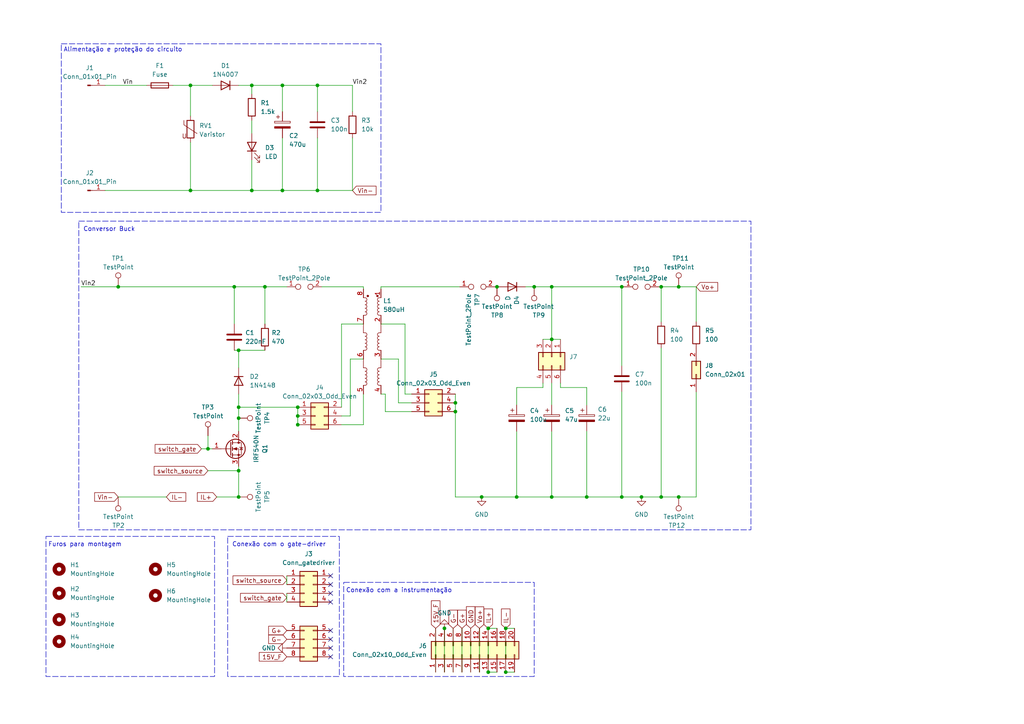
<source format=kicad_sch>
(kicad_sch (version 20230121) (generator eeschema)
  (paper "A4")
  (lib_symbols
    (symbol "Conn_gate_driver_1" (pin_names (offset 1.016) hide)
      (property "Reference" "J" (at 1.27 5.08 0))
      (property "Value" "Conn_gatedriver" (at 1.27 -7.62 0))
      (symbol "Conn_gate_driver_1_1_1"
        (rectangle (start -1.27 -4.953) (end 0 -5.207) (stroke (width 0.1524)))
        (rectangle (start -1.27 -2.413) (end 0 -2.667) (stroke (width 0.1524)))
        (rectangle (start -1.27 0.127) (end 0 -0.127) (stroke (width 0.1524)))
        (rectangle (start -1.27 2.667) (end 0 2.413) (stroke (width 0.1524)))
        (rectangle (start -1.27 3.81) (end 3.81 -6.35) (stroke (width 0.254)) (fill (type background)))
        (rectangle (start -1.27 10.922) (end 0 10.668) (stroke (width 0.1524)))
        (rectangle (start -1.27 13.462) (end 0 13.208) (stroke (width 0.1524)))
        (rectangle (start -1.27 16.002) (end 0 15.748) (stroke (width 0.1524)))
        (rectangle (start -1.27 18.542) (end 0 18.288) (stroke (width 0.1524)))
        (rectangle (start -1.27 19.685) (end 3.81 9.525) (stroke (width 0.254)) (fill (type background)))
        (rectangle (start 3.81 -4.953) (end 2.54 -5.207) (stroke (width 0.1524)))
        (rectangle (start 3.81 -2.413) (end 2.54 -2.667) (stroke (width 0.1524)))
        (rectangle (start 3.81 0.127) (end 2.54 -0.127) (stroke (width 0.1524)))
        (rectangle (start 3.81 2.667) (end 2.54 2.413) (stroke (width 0.1524)))
        (rectangle (start 3.81 10.922) (end 2.54 10.668) (stroke (width 0.1524)))
        (rectangle (start 3.81 13.462) (end 2.54 13.208) (stroke (width 0.1524)))
        (rectangle (start 3.81 16.002) (end 2.54 15.748) (stroke (width 0.1524)))
        (rectangle (start 3.81 18.542) (end 2.54 18.288) (stroke (width 0.1524)))
        (pin passive line (at -5.08 18.415 0) (length 3.81) (name "Pin_1") (number "1"))
        (pin passive line (at 7.62 18.415 180) (length 3.81) (name "Pin_2") (number "1"))
        (pin passive line (at -5.08 15.875 0) (length 3.81) (name "Pin_3") (number "2"))
        (pin passive line (at 7.62 15.875 180) (length 3.81) (name "Pin_4") (number "2"))
        (pin passive line (at -5.08 13.335 0) (length 3.81) (name "Pin_5") (number "3"))
        (pin passive line (at 7.62 13.335 180) (length 3.81) (name "Pin_6") (number "3"))
        (pin passive line (at -5.08 10.795 0) (length 3.81) (name "Pin_7") (number "4"))
        (pin passive line (at 7.62 10.795 180) (length 3.81) (name "Pin_8") (number "4"))
        (pin passive line (at 7.62 2.54 180) (length 3.81) (name "Pin_10") (number "5"))
        (pin passive line (at -5.08 2.54 0) (length 3.81) (name "Pin_9") (number "5"))
        (pin passive line (at -5.08 0 0) (length 3.81) (name "Pin_11") (number "6"))
        (pin passive line (at 7.62 0 180) (length 3.81) (name "Pin_12") (number "6"))
        (pin passive line (at -5.08 -2.54 0) (length 3.81) (name "Pin_13") (number "7"))
        (pin passive line (at 7.62 -2.54 180) (length 3.81) (name "Pin_14") (number "7"))
        (pin passive line (at -5.08 -5.08 0) (length 3.81) (name "Pin_15") (number "8"))
        (pin passive line (at 7.62 -5.08 180) (length 3.81) (name "Pin_16") (number "8"))
      )
    )
    (symbol "Connector:Conn_01x01_Pin" (pin_names (offset 1.016) hide)
      (property "Reference" "J" (at 0 2.54 0))
      (property "Value" "Conn_01x01_Pin" (at 0 -2.54 0))
      (symbol "Conn_01x01_Pin_1_1"
        (polyline (pts (xy 1.27 0) (xy 0.8636 0)) (stroke (width 0.1524)))
        (rectangle (start 0.8636 0.127) (end 0 -0.127) (stroke (width 0.1524)) (fill (type outline)))
        (pin passive line (at 5.08 0 180) (length 3.81) (name "Pin_1") (number "1"))
      )
    )
    (symbol "Connector:TestPoint" (pin_numbers hide) (pin_names (offset 0.762) hide)
      (property "Reference" "TP" (at 0 6.858 0))
      (property "Value" "TestPoint" (at 0 5.08 0))
      (symbol "TestPoint_0_1"
        (circle (center 0 3.302) (radius 0.762))
      )
      (symbol "TestPoint_1_1"
        (pin passive line (at 0 0 90) (length 2.54) (name "1") (number "1"))
      )
    )
    (symbol "Connector:TestPoint_2Pole" (pin_names (offset 0.762) hide)
      (property "Reference" "TP" (at 0 1.524 0))
      (property "Value" "TestPoint_2Pole" (at 0 -1.778 0))
      (symbol "TestPoint_2Pole_0_1"
        (circle (center -1.778 0) (radius 0.762))
        (circle (center 1.778 0) (radius 0.762))
        (pin passive line (at -5.08 0 0) (length 2.54) (name "1") (number "1"))
        (pin passive line (at 5.08 0 180) (length 2.54) (name "2") (number "2"))
      )
    )
    (symbol "Connector_Generic:Conn_02x01" (pin_names (offset 1.016) hide)
      (property "Reference" "J" (at 1.27 2.54 0))
      (property "Value" "Conn_02x01" (at 1.27 -2.54 0))
      (symbol "Conn_02x01_1_1"
        (rectangle (start -1.27 0.127) (end 0 -0.127) (stroke (width 0.1524)))
        (rectangle (start -1.27 1.27) (end 3.81 -1.27) (stroke (width 0.254)) (fill (type background)))
        (rectangle (start 3.81 0.127) (end 2.54 -0.127) (stroke (width 0.1524)))
        (pin passive line (at -5.08 0 0) (length 3.81) (name "Pin_1") (number "1"))
        (pin passive line (at 7.62 0 180) (length 3.81) (name "Pin_2") (number "2"))
      )
    )
    (symbol "Connector_Generic:Conn_02x03_Counter_Clockwise" (pin_names (offset 1.016) hide)
      (property "Reference" "J" (at 1.27 5.08 0))
      (property "Value" "Conn_02x03_Counter_Clockwise" (at 1.27 -5.08 0))
      (symbol "Conn_02x03_Counter_Clockwise_1_1"
        (rectangle (start -1.27 -2.413) (end 0 -2.667) (stroke (width 0.1524)))
        (rectangle (start -1.27 0.127) (end 0 -0.127) (stroke (width 0.1524)))
        (rectangle (start -1.27 2.667) (end 0 2.413) (stroke (width 0.1524)))
        (rectangle (start -1.27 3.81) (end 3.81 -3.81) (stroke (width 0.254)) (fill (type background)))
        (rectangle (start 3.81 -2.413) (end 2.54 -2.667) (stroke (width 0.1524)))
        (rectangle (start 3.81 0.127) (end 2.54 -0.127) (stroke (width 0.1524)))
        (rectangle (start 3.81 2.667) (end 2.54 2.413) (stroke (width 0.1524)))
        (pin passive line (at -5.08 2.54 0) (length 3.81) (name "Pin_1") (number "1"))
        (pin passive line (at -5.08 0 0) (length 3.81) (name "Pin_2") (number "2"))
        (pin passive line (at -5.08 -2.54 0) (length 3.81) (name "Pin_3") (number "3"))
        (pin passive line (at 7.62 -2.54 180) (length 3.81) (name "Pin_4") (number "4"))
        (pin passive line (at 7.62 0 180) (length 3.81) (name "Pin_5") (number "5"))
        (pin passive line (at 7.62 2.54 180) (length 3.81) (name "Pin_6") (number "6"))
      )
    )
    (symbol "Connector_Generic:Conn_02x03_Odd_Even" (pin_names (offset 1.016) hide)
      (property "Reference" "J" (at 1.27 5.08 0))
      (property "Value" "Conn_02x03_Odd_Even" (at 1.27 -5.08 0))
      (symbol "Conn_02x03_Odd_Even_1_1"
        (rectangle (start -1.27 -2.413) (end 0 -2.667) (stroke (width 0.1524)))
        (rectangle (start -1.27 0.127) (end 0 -0.127) (stroke (width 0.1524)))
        (rectangle (start -1.27 2.667) (end 0 2.413) (stroke (width 0.1524)))
        (rectangle (start -1.27 3.81) (end 3.81 -3.81) (stroke (width 0.254)) (fill (type background)))
        (rectangle (start 3.81 -2.413) (end 2.54 -2.667) (stroke (width 0.1524)))
        (rectangle (start 3.81 0.127) (end 2.54 -0.127) (stroke (width 0.1524)))
        (rectangle (start 3.81 2.667) (end 2.54 2.413) (stroke (width 0.1524)))
        (pin passive line (at -5.08 2.54 0) (length 3.81) (name "Pin_1") (number "1"))
        (pin passive line (at 7.62 2.54 180) (length 3.81) (name "Pin_2") (number "2"))
        (pin passive line (at -5.08 0 0) (length 3.81) (name "Pin_3") (number "3"))
        (pin passive line (at 7.62 0 180) (length 3.81) (name "Pin_4") (number "4"))
        (pin passive line (at -5.08 -2.54 0) (length 3.81) (name "Pin_5") (number "5"))
        (pin passive line (at 7.62 -2.54 180) (length 3.81) (name "Pin_6") (number "6"))
      )
    )
    (symbol "Connector_Generic:Conn_02x10_Odd_Even" (pin_names (offset 1.016) hide)
      (property "Reference" "J" (at 1.27 12.7 0))
      (property "Value" "Conn_02x10_Odd_Even" (at 1.27 -15.24 0))
      (symbol "Conn_02x10_Odd_Even_1_1"
        (rectangle (start -1.27 -12.573) (end 0 -12.827) (stroke (width 0.1524)))
        (rectangle (start -1.27 -10.033) (end 0 -10.287) (stroke (width 0.1524)))
        (rectangle (start -1.27 -7.493) (end 0 -7.747) (stroke (width 0.1524)))
        (rectangle (start -1.27 -4.953) (end 0 -5.207) (stroke (width 0.1524)))
        (rectangle (start -1.27 -2.413) (end 0 -2.667) (stroke (width 0.1524)))
        (rectangle (start -1.27 0.127) (end 0 -0.127) (stroke (width 0.1524)))
        (rectangle (start -1.27 2.667) (end 0 2.413) (stroke (width 0.1524)))
        (rectangle (start -1.27 5.207) (end 0 4.953) (stroke (width 0.1524)))
        (rectangle (start -1.27 7.747) (end 0 7.493) (stroke (width 0.1524)))
        (rectangle (start -1.27 10.287) (end 0 10.033) (stroke (width 0.1524)))
        (rectangle (start -1.27 11.43) (end 3.81 -13.97) (stroke (width 0.254)) (fill (type background)))
        (rectangle (start 3.81 -12.573) (end 2.54 -12.827) (stroke (width 0.1524)))
        (rectangle (start 3.81 -10.033) (end 2.54 -10.287) (stroke (width 0.1524)))
        (rectangle (start 3.81 -7.493) (end 2.54 -7.747) (stroke (width 0.1524)))
        (rectangle (start 3.81 -4.953) (end 2.54 -5.207) (stroke (width 0.1524)))
        (rectangle (start 3.81 -2.413) (end 2.54 -2.667) (stroke (width 0.1524)))
        (rectangle (start 3.81 0.127) (end 2.54 -0.127) (stroke (width 0.1524)))
        (rectangle (start 3.81 2.667) (end 2.54 2.413) (stroke (width 0.1524)))
        (rectangle (start 3.81 5.207) (end 2.54 4.953) (stroke (width 0.1524)))
        (rectangle (start 3.81 7.747) (end 2.54 7.493) (stroke (width 0.1524)))
        (rectangle (start 3.81 10.287) (end 2.54 10.033) (stroke (width 0.1524)))
        (pin passive line (at -5.08 10.16 0) (length 3.81) (name "Pin_1") (number "1"))
        (pin passive line (at 7.62 0 180) (length 3.81) (name "Pin_10") (number "10"))
        (pin passive line (at -5.08 -2.54 0) (length 3.81) (name "Pin_11") (number "11"))
        (pin passive line (at 7.62 -2.54 180) (length 3.81) (name "Pin_12") (number "12"))
        (pin passive line (at -5.08 -5.08 0) (length 3.81) (name "Pin_13") (number "13"))
        (pin passive line (at 7.62 -5.08 180) (length 3.81) (name "Pin_14") (number "14"))
        (pin passive line (at -5.08 -7.62 0) (length 3.81) (name "Pin_15") (number "15"))
        (pin passive line (at 7.62 -7.62 180) (length 3.81) (name "Pin_16") (number "16"))
        (pin passive line (at -5.08 -10.16 0) (length 3.81) (name "Pin_17") (number "17"))
        (pin passive line (at 7.62 -10.16 180) (length 3.81) (name "Pin_18") (number "18"))
        (pin passive line (at -5.08 -12.7 0) (length 3.81) (name "Pin_19") (number "19"))
        (pin passive line (at 7.62 10.16 180) (length 3.81) (name "Pin_2") (number "2"))
        (pin passive line (at 7.62 -12.7 180) (length 3.81) (name "Pin_20") (number "20"))
        (pin passive line (at -5.08 7.62 0) (length 3.81) (name "Pin_3") (number "3"))
        (pin passive line (at 7.62 7.62 180) (length 3.81) (name "Pin_4") (number "4"))
        (pin passive line (at -5.08 5.08 0) (length 3.81) (name "Pin_5") (number "5"))
        (pin passive line (at 7.62 5.08 180) (length 3.81) (name "Pin_6") (number "6"))
        (pin passive line (at -5.08 2.54 0) (length 3.81) (name "Pin_7") (number "7"))
        (pin passive line (at 7.62 2.54 180) (length 3.81) (name "Pin_8") (number "8"))
        (pin passive line (at -5.08 0 0) (length 3.81) (name "Pin_9") (number "9"))
      )
    )
    (symbol "Device:C" (pin_numbers hide) (pin_names (offset 0.254))
      (property "Reference" "C" (at 0.635 2.54 0))
      (property "Value" "C" (at 0.635 -2.54 0))
      (symbol "C_0_1"
        (polyline (pts (xy -2.032 -0.762) (xy 2.032 -0.762)) (stroke (width 0.508)))
        (polyline (pts (xy -2.032 0.762) (xy 2.032 0.762)) (stroke (width 0.508)))
      )
      (symbol "C_1_1"
        (pin passive line (at 0 3.81 270) (length 2.794) (name "~") (number "1"))
        (pin passive line (at 0 -3.81 90) (length 2.794) (name "~") (number "2"))
      )
    )
    (symbol "Device:C_Polarized" (pin_numbers hide) (pin_names (offset 0.254))
      (property "Reference" "C" (at 0.635 2.54 0))
      (property "Value" "C_Polarized" (at 0.635 -2.54 0))
      (symbol "C_Polarized_0_1"
        (rectangle (start -2.286 0.508) (end 2.286 1.016))
        (polyline (pts (xy -1.778 2.286) (xy -0.762 2.286)))
        (polyline (pts (xy -1.27 2.794) (xy -1.27 1.778)))
        (rectangle (start 2.286 -0.508) (end -2.286 -1.016) (fill (type outline)))
      )
      (symbol "C_Polarized_1_1"
        (pin passive line (at 0 3.81 270) (length 2.794) (name "~") (number "1"))
        (pin passive line (at 0 -3.81 90) (length 2.794) (name "~") (number "2"))
      )
    )
    (symbol "Device:D" (pin_numbers hide) (pin_names (offset 1.016) hide)
      (property "Reference" "D" (at 0 2.54 0))
      (property "Value" "D" (at 0 -2.54 0))
      (symbol "D_0_1"
        (polyline (pts (xy -1.27 1.27) (xy -1.27 -1.27)) (stroke (width 0.254)))
        (polyline (pts (xy 1.27 0) (xy -1.27 0)))
        (polyline (pts (xy 1.27 1.27) (xy 1.27 -1.27) (xy -1.27 0) (xy 1.27 1.27)) (stroke (width 0.254)))
      )
      (symbol "D_1_1"
        (pin passive line (at -3.81 0 0) (length 2.54) (name "K") (number "1"))
        (pin passive line (at 3.81 0 180) (length 2.54) (name "A") (number "2"))
      )
    )
    (symbol "Device:Fuse" (pin_numbers hide) (pin_names (offset 0))
      (property "Reference" "F" (at 2.032 0 90))
      (property "Value" "Fuse" (at -1.905 0 90))
      (symbol "Fuse_0_1"
        (rectangle (start -0.762 -2.54) (end 0.762 2.54) (stroke (width 0.254)))
        (polyline (pts (xy 0 2.54) (xy 0 -2.54)))
      )
      (symbol "Fuse_1_1"
        (pin passive line (at 0 3.81 270) (length 1.27) (name "~") (number "1"))
        (pin passive line (at 0 -3.81 90) (length 1.27) (name "~") (number "2"))
      )
    )
    (symbol "Device:LED" (pin_numbers hide) (pin_names (offset 1.016) hide)
      (property "Reference" "D" (at 0 2.54 0))
      (property "Value" "LED" (at 0 -2.54 0))
      (symbol "LED_0_1"
        (polyline (pts (xy -1.27 -1.27) (xy -1.27 1.27)) (stroke (width 0.254)))
        (polyline (pts (xy -1.27 0) (xy 1.27 0)))
        (polyline (pts (xy 1.27 -1.27) (xy 1.27 1.27) (xy -1.27 0) (xy 1.27 -1.27)) (stroke (width 0.254)))
        (polyline (pts (xy -3.048 -0.762) (xy -4.572 -2.286) (xy -3.81 -2.286) (xy -4.572 -2.286) (xy -4.572 -1.524)))
        (polyline (pts (xy -1.778 -0.762) (xy -3.302 -2.286) (xy -2.54 -2.286) (xy -3.302 -2.286) (xy -3.302 -1.524)))
      )
      (symbol "LED_1_1"
        (pin passive line (at -3.81 0 0) (length 2.54) (name "K") (number "1"))
        (pin passive line (at 3.81 0 180) (length 2.54) (name "A") (number "2"))
      )
    )
    (symbol "Device:L_Coupled_1243" (pin_names (offset 0.254) hide)
      (property "Reference" "L?" (at -1.651 3.175 90))
      (property "Value" "L_Coupled_1243" (at 0.889 3.175 90))
      (symbol "L_Coupled_1243_0_1"
        (circle (center -3.048 -1.27) (radius 0.254) (fill (type outline)))
        (circle (center -3.048 1.524) (radius 0.254) (fill (type outline)))
        (arc (start -2.54 2.032) (mid -2.032 1.5262) (end -1.524 2.032))
        (arc (start -1.524 -2.032) (mid -2.032 -1.5262) (end -2.54 -2.032))
        (arc (start -1.524 2.032) (mid -1.016 1.5262) (end -0.508 2.032))
        (arc (start -0.508 -2.032) (mid -1.016 -1.5262) (end -1.524 -2.032))
        (arc (start -0.508 2.032) (mid 0 1.5262) (end 0.508 2.032))
        (polyline (pts (xy -2.54 -2.032) (xy -2.54 -2.54)))
        (polyline (pts (xy -2.54 2.032) (xy -2.54 2.54)))
        (polyline (pts (xy 2.54 -2.032) (xy 2.54 -2.54)))
        (polyline (pts (xy 2.54 2.54) (xy 2.54 2.032)))
        (polyline (pts (xy 7.62 -2.54) (xy 5.08 -2.54)))
        (polyline (pts (xy 7.62 -2.032) (xy 7.62 -2.54)))
        (polyline (pts (xy 7.62 2.032) (xy 7.62 2.54)))
        (polyline (pts (xy 7.62 2.54) (xy 5.08 2.54)))
        (polyline (pts (xy 12.7 -2.032) (xy 12.7 -2.54)))
        (polyline (pts (xy 12.7 2.54) (xy 12.7 2.032)))
        (polyline (pts (xy 17.78 -2.54) (xy 15.24 -2.54)))
        (polyline (pts (xy 17.78 -2.032) (xy 17.78 -2.54)))
        (polyline (pts (xy 17.78 2.032) (xy 17.78 2.54)))
        (polyline (pts (xy 17.78 2.54) (xy 15.24 2.54)))
        (polyline (pts (xy 22.86 -2.032) (xy 22.86 -2.54)))
        (polyline (pts (xy 22.86 2.54) (xy 22.86 2.032)))
        (arc (start 0.508 -2.032) (mid 0 -1.5262) (end -0.508 -2.032))
        (arc (start 0.508 2.032) (mid 1.016 1.5262) (end 1.524 2.032))
        (arc (start 1.524 -2.032) (mid 1.016 -1.5262) (end 0.508 -2.032))
        (arc (start 1.524 2.032) (mid 2.032 1.5262) (end 2.54 2.032))
        (arc (start 2.54 -2.032) (mid 2.032 -1.5262) (end 1.524 -2.032))
        (arc (start 7.62 2.032) (mid 8.128 1.5262) (end 8.636 2.032))
        (arc (start 8.636 -2.032) (mid 8.128 -1.5262) (end 7.62 -2.032))
        (arc (start 8.636 2.032) (mid 9.144 1.5262) (end 9.652 2.032))
        (arc (start 9.652 -2.032) (mid 9.144 -1.5262) (end 8.636 -2.032))
        (arc (start 9.652 2.032) (mid 10.16 1.5262) (end 10.668 2.032))
        (arc (start 10.668 -2.032) (mid 10.16 -1.5262) (end 9.652 -2.032))
        (arc (start 10.668 2.032) (mid 11.176 1.5262) (end 11.684 2.032))
        (arc (start 11.684 -2.032) (mid 11.176 -1.5262) (end 10.668 -2.032))
        (arc (start 11.684 2.032) (mid 12.192 1.5262) (end 12.7 2.032))
        (arc (start 12.7 -2.032) (mid 12.192 -1.5262) (end 11.684 -2.032))
        (arc (start 17.78 2.032) (mid 18.288 1.5262) (end 18.796 2.032))
        (arc (start 18.796 -2.032) (mid 18.288 -1.5262) (end 17.78 -2.032))
        (arc (start 18.796 2.032) (mid 19.304 1.5262) (end 19.812 2.032))
        (arc (start 19.812 -2.032) (mid 19.304 -1.5262) (end 18.796 -2.032))
        (arc (start 19.812 2.032) (mid 20.32 1.5262) (end 20.828 2.032))
        (arc (start 20.828 -2.032) (mid 20.32 -1.5262) (end 19.812 -2.032))
        (arc (start 20.828 2.032) (mid 21.336 1.5262) (end 21.844 2.032))
        (arc (start 21.844 -2.032) (mid 21.336 -1.5262) (end 20.828 -2.032))
        (arc (start 21.844 2.032) (mid 22.352 1.5262) (end 22.86 2.032))
        (arc (start 22.86 -2.032) (mid 22.352 -1.5262) (end 21.844 -2.032))
      )
      (symbol "L_Coupled_1243_1_1"
        (pin passive line (at -5.08 2.54 0) (length 2.54) (name "1") (number "1"))
        (pin passive line (at 5.08 2.54 180) (length 2.54) (name "2") (number "2"))
        (pin passive line (at 15.24 2.54 180) (length 2.54) (name "3") (number "3"))
        (pin passive line (at 25.4 2.54 180) (length 2.54) (name "4") (number "4"))
        (pin passive line (at 25.4 -2.54 180) (length 2.54) (name "5") (number "5"))
        (pin passive line (at 15.24 -2.54 180) (length 2.54) (name "6") (number "6"))
        (pin passive line (at 5.08 -2.54 180) (length 2.54) (name "7") (number "7"))
        (pin passive line (at -5.08 -2.54 0) (length 2.54) (name "8") (number "8"))
      )
    )
    (symbol "Device:R" (pin_numbers hide) (pin_names (offset 0))
      (property "Reference" "R" (at 2.032 0 90))
      (property "Value" "R" (at 0 0 90))
      (symbol "R_0_1"
        (rectangle (start -1.016 -2.54) (end 1.016 2.54) (stroke (width 0.254)))
      )
      (symbol "R_1_1"
        (pin passive line (at 0 3.81 270) (length 1.27) (name "~") (number "1"))
        (pin passive line (at 0 -3.81 90) (length 1.27) (name "~") (number "2"))
      )
    )
    (symbol "Device:Varistor" (pin_numbers hide) (pin_names (offset 0))
      (property "Reference" "RV" (at 3.175 0 90))
      (property "Value" "Varistor" (at -3.175 0 90))
      (symbol "Varistor_0_0"
        (text "U" (at -1.778 -2.032 0) (effects (font (size 1.27 1.27))))
      )
      (symbol "Varistor_0_1"
        (rectangle (start -1.016 -2.54) (end 1.016 2.54) (stroke (width 0.254)))
        (polyline (pts (xy -1.905 2.54) (xy -1.905 1.27) (xy 1.905 -1.27)))
      )
      (symbol "Varistor_1_1"
        (pin passive line (at 0 3.81 270) (length 1.27) (name "~") (number "1"))
        (pin passive line (at 0 -3.81 90) (length 1.27) (name "~") (number "2"))
      )
    )
    (symbol "Diode:1N4007" (pin_numbers hide) (pin_names (offset 1.016) hide)
      (property "Reference" "D" (at 0 2.54 0))
      (property "Value" "1N4007" (at 0 -2.54 0))
      (symbol "1N4007_0_1"
        (polyline (pts (xy -1.27 1.27) (xy -1.27 -1.27)) (stroke (width 0.254)))
        (polyline (pts (xy 1.27 0) (xy -1.27 0)))
        (polyline (pts (xy 1.27 1.27) (xy 1.27 -1.27) (xy -1.27 0) (xy 1.27 1.27)) (stroke (width 0.254)))
      )
      (symbol "1N4007_1_1"
        (pin passive line (at -3.81 0 0) (length 2.54) (name "K") (number "1"))
        (pin passive line (at 3.81 0 180) (length 2.54) (name "A") (number "2"))
      )
    )
    (symbol "Diode:1N4148" (pin_numbers hide) (pin_names hide)
      (property "Reference" "D" (at 0 2.54 0))
      (property "Value" "1N4148" (at 0 -2.54 0))
      (symbol "1N4148_0_1"
        (polyline (pts (xy -1.27 1.27) (xy -1.27 -1.27)) (stroke (width 0.254)))
        (polyline (pts (xy 1.27 0) (xy -1.27 0)))
        (polyline (pts (xy 1.27 1.27) (xy 1.27 -1.27) (xy -1.27 0) (xy 1.27 1.27)) (stroke (width 0.254)))
      )
      (symbol "1N4148_1_1"
        (pin passive line (at -3.81 0 0) (length 2.54) (name "K") (number "1"))
        (pin passive line (at 3.81 0 180) (length 2.54) (name "A") (number "2"))
      )
    )
    (symbol "Mechanical:MountingHole" (pin_names (offset 1.016))
      (property "Reference" "H" (at 0 5.08 0))
      (property "Value" "MountingHole" (at 0 3.175 0))
      (symbol "MountingHole_0_1"
        (circle (center 0 0) (radius 1.27) (stroke (width 1.27)))
      )
    )
    (symbol "Transistor_FET:IRF540N" (pin_names hide)
      (property "Reference" "Q" (at 6.35 1.905 0))
      (property "Value" "IRF540N" (at 6.35 0 0))
      (symbol "IRF540N_0_1"
        (polyline (pts (xy 0.254 0) (xy -2.54 0)))
        (polyline (pts (xy 0.254 1.905) (xy 0.254 -1.905)) (stroke (width 0.254)))
        (polyline (pts (xy 0.762 -1.27) (xy 0.762 -2.286)) (stroke (width 0.254)))
        (polyline (pts (xy 0.762 0.508) (xy 0.762 -0.508)) (stroke (width 0.254)))
        (polyline (pts (xy 0.762 2.286) (xy 0.762 1.27)) (stroke (width 0.254)))
        (polyline (pts (xy 2.54 2.54) (xy 2.54 1.778)))
        (polyline (pts (xy 2.54 -2.54) (xy 2.54 0) (xy 0.762 0)))
        (polyline (pts (xy 0.762 -1.778) (xy 3.302 -1.778) (xy 3.302 1.778) (xy 0.762 1.778)))
        (polyline (pts (xy 1.016 0) (xy 2.032 0.381) (xy 2.032 -0.381) (xy 1.016 0)) (fill (type outline)))
        (polyline (pts (xy 2.794 0.508) (xy 2.921 0.381) (xy 3.683 0.381) (xy 3.81 0.254)))
        (polyline (pts (xy 3.302 0.381) (xy 2.921 -0.254) (xy 3.683 -0.254) (xy 3.302 0.381)))
        (circle (center 1.651 0) (radius 2.794) (stroke (width 0.254)))
        (circle (center 2.54 -1.778) (radius 0.254) (fill (type outline)))
        (circle (center 2.54 1.778) (radius 0.254) (fill (type outline)))
      )
      (symbol "IRF540N_1_1"
        (pin input line (at -5.08 0 0) (length 2.54) (name "G") (number "1"))
        (pin passive line (at 2.54 5.08 270) (length 2.54) (name "D") (number "2"))
        (pin passive line (at 2.54 -5.08 90) (length 2.54) (name "S") (number "3"))
      )
    )
    (symbol "power:GND" (power) (pin_names (offset 0))
      (property "Value" "GND" (at 0 -3.81 0))
      (symbol "GND_0_1"
        (polyline (pts (xy 0 0) (xy 0 -1.27) (xy 1.27 -1.27) (xy 0 -2.54) (xy -1.27 -1.27) (xy 0 -1.27)))
      )
      (symbol "GND_1_1"
        (pin power_in line (at 0 0 270) (length 0) hide (name "GND") (number "1"))
      )
    )
  )
  (junction (at 160.02 98.425))
  (junction (at 170.18 144.145))
  (junction (at 86.36 120.65))
  (junction (at 154.94 83.185))
  (junction (at 160.02 144.145))
  (junction (at 76.835 83.185))
  (junction (at 69.215 136.525))
  (junction (at 191.77 144.145))
  (junction (at 67.945 83.185))
  (junction (at 146.685 194.945))
  (junction (at 92.075 55.245))
  (junction (at 69.215 144.145))
  (junction (at 144.145 83.185))
  (junction (at 69.215 118.11))
  (junction (at 86.36 118.11))
  (junction (at 34.29 83.185))
  (junction (at 141.605 194.945))
  (junction (at 149.86 144.145))
  (junction (at 132.08 116.84))
  (junction (at 139.7 144.145))
  (junction (at 92.075 24.765))
  (junction (at 128.905 182.245))
  (junction (at 196.85 144.145))
  (junction (at 81.915 55.245))
  (junction (at 55.245 24.765))
  (junction (at 69.215 101.6))
  (junction (at 86.36 123.19))
  (junction (at 55.245 55.245))
  (junction (at 180.34 83.185))
  (junction (at 69.215 121.285))
  (junction (at 73.025 55.245))
  (junction (at 60.325 130.175))
  (junction (at 186.055 144.145))
  (junction (at 73.025 24.765))
  (junction (at 196.85 83.185))
  (junction (at 141.605 182.245))
  (junction (at 132.08 119.38))
  (junction (at 160.02 83.185))
  (junction (at 191.77 83.185))
  (junction (at 180.34 144.145))
  (junction (at 146.685 182.245))
  (junction (at 81.915 24.765))
  (no_connect (at 95.885 174.625))
  (no_connect (at 95.885 167.005))
  (no_connect (at 95.885 169.545))
  (no_connect (at 95.885 185.42))
  (no_connect (at 95.885 187.96))
  (no_connect (at 95.885 172.085))
  (no_connect (at 95.885 190.5))
  (no_connect (at 95.885 182.88))
  (wire (pts (xy 191.77 100.965) (xy 191.77 144.145)))
  (wire (pts (xy 102.235 32.385) (xy 102.235 24.765)))
  (wire (pts (xy 69.215 135.255) (xy 69.215 136.525)))
  (wire (pts (xy 105.41 123.19) (xy 99.06 123.19)))
  (wire (pts (xy 73.025 55.245) (xy 55.245 55.245)))
  (wire (pts (xy 115.57 116.84) (xy 119.38 116.84)))
  (wire (pts (xy 55.245 24.765) (xy 61.595 24.765)))
  (wire (pts (xy 69.215 136.525) (xy 69.215 144.145)))
  (wire (pts (xy 160.02 111.125) (xy 160.02 117.475)))
  (wire (pts (xy 133.35 83.185) (xy 110.49 83.185)))
  (wire (pts (xy 132.08 114.3) (xy 132.08 116.84)))
  (wire (pts (xy 69.215 106.68) (xy 69.215 101.6)))
  (wire (pts (xy 23.495 83.185) (xy 34.29 83.185)))
  (wire (pts (xy 201.93 144.145) (xy 201.93 113.665)))
  (wire (pts (xy 30.48 24.765) (xy 42.545 24.765)))
  (wire (pts (xy 136.525 182.245) (xy 136.525 194.945)))
  (wire (pts (xy 92.075 55.245) (xy 81.915 55.245)))
  (wire (pts (xy 50.165 24.765) (xy 55.245 24.765)))
  (wire (pts (xy 144.78 83.185) (xy 144.145 83.185)))
  (wire (pts (xy 73.025 24.765) (xy 73.025 27.305)))
  (wire (pts (xy 133.985 182.245) (xy 133.985 194.945)))
  (wire (pts (xy 76.835 83.185) (xy 83.185 83.185)))
  (wire (pts (xy 149.86 112.395) (xy 149.86 117.475)))
  (wire (pts (xy 86.36 123.19) (xy 86.36 120.65)))
  (wire (pts (xy 201.93 83.185) (xy 201.93 93.345)))
  (wire (pts (xy 81.915 40.005) (xy 81.915 55.245)))
  (wire (pts (xy 117.475 93.98) (xy 117.475 114.3)))
  (wire (pts (xy 191.77 144.145) (xy 186.055 144.145)))
  (wire (pts (xy 58.42 130.175) (xy 60.325 130.175)))
  (wire (pts (xy 76.835 83.185) (xy 76.835 93.98)))
  (wire (pts (xy 132.08 119.38) (xy 132.08 144.145)))
  (wire (pts (xy 60.325 130.175) (xy 61.595 130.175)))
  (wire (pts (xy 139.065 182.245) (xy 139.065 194.945)))
  (wire (pts (xy 92.075 55.245) (xy 102.235 55.245)))
  (wire (pts (xy 139.7 144.145) (xy 149.86 144.145)))
  (wire (pts (xy 101.6 120.65) (xy 99.06 120.65)))
  (wire (pts (xy 160.02 144.145) (xy 170.18 144.145)))
  (wire (pts (xy 81.915 55.245) (xy 73.025 55.245)))
  (wire (pts (xy 83.185 167.005) (xy 83.185 169.545)))
  (wire (pts (xy 73.025 34.925) (xy 73.025 38.735)))
  (wire (pts (xy 146.685 182.245) (xy 149.225 182.245)))
  (wire (pts (xy 132.08 144.145) (xy 139.7 144.145)))
  (wire (pts (xy 160.02 83.185) (xy 180.34 83.185)))
  (wire (pts (xy 105.41 83.185) (xy 93.345 83.185)))
  (wire (pts (xy 62.865 144.145) (xy 69.215 144.145)))
  (wire (pts (xy 67.945 83.185) (xy 76.835 83.185)))
  (wire (pts (xy 81.915 24.765) (xy 73.025 24.765)))
  (wire (pts (xy 141.605 182.245) (xy 144.145 182.245)))
  (wire (pts (xy 60.325 126.365) (xy 60.325 130.175)))
  (wire (pts (xy 81.915 32.385) (xy 81.915 24.765)))
  (wire (pts (xy 141.605 182.245) (xy 141.605 194.945)))
  (wire (pts (xy 170.18 112.395) (xy 162.56 112.395)))
  (wire (pts (xy 111.76 114.3) (xy 110.49 114.3)))
  (wire (pts (xy 126.365 182.245) (xy 126.365 194.945)))
  (wire (pts (xy 69.215 101.6) (xy 76.835 101.6)))
  (wire (pts (xy 191.77 83.185) (xy 196.85 83.185)))
  (wire (pts (xy 160.02 144.145) (xy 160.02 125.095)))
  (wire (pts (xy 34.29 144.145) (xy 48.26 144.145)))
  (wire (pts (xy 191.135 83.185) (xy 191.77 83.185)))
  (wire (pts (xy 102.235 40.005) (xy 102.235 55.245)))
  (wire (pts (xy 30.48 55.245) (xy 55.245 55.245)))
  (wire (pts (xy 146.685 182.245) (xy 146.685 194.945)))
  (wire (pts (xy 105.41 93.98) (xy 99.06 93.98)))
  (wire (pts (xy 92.075 40.005) (xy 92.075 55.245)))
  (wire (pts (xy 180.34 83.185) (xy 180.975 83.185)))
  (wire (pts (xy 201.93 144.145) (xy 196.85 144.145)))
  (wire (pts (xy 92.075 24.765) (xy 81.915 24.765)))
  (wire (pts (xy 196.85 144.145) (xy 191.77 144.145)))
  (wire (pts (xy 119.38 119.38) (xy 111.76 119.38)))
  (wire (pts (xy 191.77 83.185) (xy 191.77 93.345)))
  (wire (pts (xy 170.18 117.475) (xy 170.18 112.395)))
  (wire (pts (xy 102.235 24.765) (xy 92.075 24.765)))
  (wire (pts (xy 105.41 104.14) (xy 101.6 104.14)))
  (wire (pts (xy 69.215 136.525) (xy 60.325 136.525)))
  (wire (pts (xy 132.08 116.84) (xy 132.08 119.38)))
  (wire (pts (xy 186.055 144.145) (xy 180.34 144.145)))
  (wire (pts (xy 55.245 41.275) (xy 55.245 55.245)))
  (wire (pts (xy 157.48 112.395) (xy 157.48 111.125)))
  (wire (pts (xy 149.86 112.395) (xy 157.48 112.395)))
  (wire (pts (xy 160.02 98.425) (xy 162.56 98.425)))
  (wire (pts (xy 170.18 144.145) (xy 180.34 144.145)))
  (wire (pts (xy 69.215 118.11) (xy 86.36 118.11)))
  (wire (pts (xy 160.02 83.185) (xy 160.02 98.425)))
  (wire (pts (xy 170.18 144.145) (xy 170.18 125.095)))
  (wire (pts (xy 69.215 121.285) (xy 69.215 125.095)))
  (wire (pts (xy 69.215 24.765) (xy 73.025 24.765)))
  (wire (pts (xy 162.56 111.125) (xy 162.56 112.395)))
  (wire (pts (xy 154.94 83.185) (xy 160.02 83.185)))
  (wire (pts (xy 105.41 83.185) (xy 105.41 83.82)))
  (wire (pts (xy 105.41 114.3) (xy 105.41 123.19)))
  (wire (pts (xy 111.76 119.38) (xy 111.76 114.3)))
  (wire (pts (xy 196.85 83.185) (xy 201.93 83.185)))
  (wire (pts (xy 34.29 83.185) (xy 67.945 83.185)))
  (wire (pts (xy 86.36 120.65) (xy 86.36 118.11)))
  (wire (pts (xy 110.49 104.14) (xy 115.57 104.14)))
  (wire (pts (xy 86.995 123.19) (xy 86.36 123.19)))
  (wire (pts (xy 128.905 182.245) (xy 128.905 194.945)))
  (wire (pts (xy 101.6 104.14) (xy 101.6 120.65)))
  (wire (pts (xy 157.48 98.425) (xy 160.02 98.425)))
  (wire (pts (xy 69.215 101.6) (xy 67.945 101.6)))
  (wire (pts (xy 146.685 194.945) (xy 149.225 194.945)))
  (wire (pts (xy 149.86 144.145) (xy 149.86 125.095)))
  (wire (pts (xy 149.86 144.145) (xy 160.02 144.145)))
  (wire (pts (xy 99.06 93.98) (xy 99.06 118.11)))
  (wire (pts (xy 83.185 172.085) (xy 83.185 174.625)))
  (wire (pts (xy 131.445 182.245) (xy 131.445 194.945)))
  (wire (pts (xy 73.025 46.355) (xy 73.025 55.245)))
  (wire (pts (xy 69.215 121.285) (xy 69.215 118.11)))
  (wire (pts (xy 119.38 114.3) (xy 117.475 114.3)))
  (wire (pts (xy 144.145 83.185) (xy 143.51 83.185)))
  (wire (pts (xy 180.34 144.145) (xy 180.34 113.665)))
  (wire (pts (xy 55.245 24.765) (xy 55.245 33.655)))
  (wire (pts (xy 180.34 106.045) (xy 180.34 83.185)))
  (wire (pts (xy 154.94 83.185) (xy 152.4 83.185)))
  (wire (pts (xy 110.49 83.185) (xy 110.49 83.82)))
  (wire (pts (xy 141.605 194.945) (xy 144.145 194.945)))
  (wire (pts (xy 69.215 114.3) (xy 69.215 118.11)))
  (wire (pts (xy 67.945 83.185) (xy 67.945 93.98)))
  (wire (pts (xy 117.475 93.98) (xy 110.49 93.98)))
  (wire (pts (xy 115.57 116.84) (xy 115.57 104.14)))
  (wire (pts (xy 92.075 32.385) (xy 92.075 24.765)))
  (rectangle (start 17.78 12.7) (end 110.49 61.595) (stroke (width 0) (type dash)))
  (rectangle (start 13.335 155.575) (end 62.23 196.215) (stroke (width 0) (type dash)))
  (rectangle (start 99.695 168.91) (end 154.94 196.215) (stroke (width 0) (type dash)))
  (rectangle (start 22.86 64.135) (end 217.805 153.67) (stroke (width 0) (type dash)))
  (rectangle (start 66.04 155.575) (end 98.425 196.215) (stroke (width 0) (type dash)))
  (text "Conversor Buck" (at 24.13 67.31 0) (effects (font (size 1.27 1.27)) (justify left bottom)))
  (text "Conexão com o gate-driver" (at 67.31 158.75 0) (effects (font (size 1.27 1.27)) (justify left bottom)))
  (text "Alimentação e proteção do circuito" (at 18.415 15.24 0) (effects (font (size 1.27 1.27)) (justify left bottom)))
  (text "Furos para montagem" (at 13.97 158.75 0) (effects (font (size 1.27 1.27)) (justify left bottom)))
  (text "Conexão com a instrumentação" (at 100.33 172.085 0) (effects (font (size 1.27 1.27)) (justify left bottom)))
  (label "Vin" (at 35.56 24.765 0))
  (label "Vin2" (at 102.235 24.765 0))
  (label "Vin2" (at 23.495 83.185 0))
  (global_label "IL-" (shape input) (at 48.26 144.145 0) (property "Intersheetrefs" "${INTERSHEET_REFS}" (effects hide)))
  (global_label "Vo+" (shape input) (at 201.93 83.185 0) (property "Intersheetrefs" "${INTERSHEET_REFS}" (effects hide)))
  (global_label "IL-" (shape input) (at 146.685 182.245 90) (property "Intersheetrefs" "${INTERSHEET_REFS}" (effects hide)))
  (global_label "switch_gate" (shape input) (at 58.42 130.175 180) (property "Intersheetrefs" "${INTERSHEET_REFS}" (effects hide)))
  (global_label "15V_F" (shape input) (at 83.185 190.5 180) (property "Intersheetrefs" "${INTERSHEET_REFS}" (effects hide)))
  (global_label "IL+" (shape input) (at 62.865 144.145 180) (property "Intersheetrefs" "${INTERSHEET_REFS}" (effects hide)))
  (global_label "G+" (shape input) (at 133.985 182.245 90) (property "Intersheetrefs" "${INTERSHEET_REFS}" (effects hide)))
  (global_label "switch_gate" (shape input) (at 83.185 173.355 180) (property "Intersheetrefs" "${INTERSHEET_REFS}" (effects hide)))
  (global_label "switch_source" (shape input) (at 60.325 136.525 180) (property "Intersheetrefs" "${INTERSHEET_REFS}" (effects hide)))
  (global_label "GND" (shape input) (at 136.525 182.245 90) (property "Intersheetrefs" "${INTERSHEET_REFS}" (effects hide)))
  (global_label "G+" (shape input) (at 83.185 182.88 180) (property "Intersheetrefs" "${INTERSHEET_REFS}" (effects hide)))
  (global_label "Vin-" (shape input) (at 34.29 144.145 180) (property "Intersheetrefs" "${INTERSHEET_REFS}" (effects hide)))
  (global_label "IL+" (shape input) (at 141.605 182.245 90) (property "Intersheetrefs" "${INTERSHEET_REFS}" (effects hide)))
  (global_label "G-" (shape input) (at 83.185 185.42 180) (property "Intersheetrefs" "${INTERSHEET_REFS}" (effects hide)))
  (global_label "Vo+" (shape input) (at 139.065 182.245 90) (property "Intersheetrefs" "${INTERSHEET_REFS}" (effects hide)))
  (global_label "G-" (shape input) (at 131.445 182.245 90) (property "Intersheetrefs" "${INTERSHEET_REFS}" (effects hide)))
  (global_label "switch_source" (shape input) (at 83.185 168.275 180) (property "Intersheetrefs" "${INTERSHEET_REFS}" (effects hide)))
  (global_label "Vin-" (shape input) (at 102.235 55.245 0) (property "Intersheetrefs" "${INTERSHEET_REFS}" (effects hide)))
  (global_label "15V_F" (shape input) (at 126.365 182.245 90) (property "Intersheetrefs" "${INTERSHEET_REFS}" (effects hide)))
  (symbol (lib_id "Mechanical:MountingHole") (at 45.085 172.72 0) (unit 1)
    (property "Reference" "H6" (at 48.26 171.45 0) (effects (justify left)))
    (property "Value" "MountingHole" (at 48.26 173.99 0) (effects (justify left)))
    (property "Footprint" "Library:Furo" (effects hide))
  )
  (symbol (lib_id "Mechanical:MountingHole") (at 17.145 186.055 0) (unit 1)
    (property "Reference" "H4" (at 20.32 184.785 0) (effects (justify left)))
    (property "Value" "MountingHole" (at 20.32 187.325 0) (effects (justify left)))
    (property "Footprint" "Library:Furo" (effects hide))
  )
  (symbol (lib_id "Diode:1N4148") (at 69.215 110.49 270) (unit 1)
    (property "Reference" "D2" (at 72.39 109.22 90) (effects (justify left)))
    (property "Value" "1N4148" (at 72.39 111.76 90) (effects (justify left)))
    (property "Footprint" "Diode_THT:D_DO-35_SOD27_P7.62mm_Horizontal" (effects hide))
    (property "Datasheet" "https://assets.nexperia.com/documents/data-sheet/1N4148_1N4448.pdf" (effects hide))
    (property "Sim.Device" "D" (effects hide))
    (property "Sim.Pins" "1=K 2=A" (effects hide))
  )
  (symbol (lib_id "Device:R") (at 76.835 97.79 0) (unit 1)
    (property "Reference" "R2" (at 78.74 96.52 0) (effects (justify left)))
    (property "Value" "470" (at 78.74 99.06 0) (effects (justify left)))
    (property "Footprint" "Resistor_THT:R_Axial_Power_L20.0mm_W6.4mm_P25.40mm" (effects hide))
  )
  (symbol (lib_id "Mechanical:MountingHole") (at 17.145 179.705 0) (unit 1)
    (property "Reference" "H3" (at 20.32 178.435 0) (effects (justify left)))
    (property "Value" "MountingHole" (at 20.32 180.975 0) (effects (justify left)))
    (property "Footprint" "Library:Furo" (effects hide))
  )
  (symbol (lib_name "Conn_gate_driver_1") (lib_id "New_Library:Conn_gate_driver") (at 88.265 185.42 0) (unit 1)
    (property "Reference" "J3" (at 89.535 160.655 0))
    (property "Value" "Conn_gatedriver" (at 89.535 163.195 0))
    (property "Footprint" "Library:GateDriver" (effects hide))
  )
  (symbol (lib_id "Connector_Generic:Conn_02x10_Odd_Even") (at 136.525 189.865 90) (unit 1)
    (property "Reference" "J6" (at 123.825 187.325 90) (effects (justify left)))
    (property "Value" "Conn_02x10_Odd_Even" (at 123.825 189.865 90) (effects (justify left)))
    (property "Footprint" "Connector_PinSocket_2.54mm:PinSocket_2x10_P2.54mm_Horizontal" (effects hide))
  )
  (symbol (lib_id "Device:C") (at 92.075 36.195 0) (unit 1)
    (property "Reference" "C3" (at 95.885 34.9249 0) (effects (justify left)))
    (property "Value" "100n" (at 95.885 37.4649 0) (effects (justify left)))
    (property "Footprint" "Capacitor_THT:C_Disc_D5.0mm_W2.5mm_P5.00mm" (effects hide))
  )
  (symbol (lib_id "Device:D") (at 148.59 83.185 180) (unit 1)
    (property "Reference" "D4" (at 149.86 85.725 90) (effects (justify left)))
    (property "Value" "D" (at 147.32 85.725 90) (effects (justify left)))
    (property "Footprint" "Package_TO_SOT_THT:TO-220-2_Horizontal_TabDown" (effects hide))
    (property "Sim.Device" "D" (effects hide))
    (property "Sim.Pins" "1=K 2=A" (effects hide))
  )
  (symbol (lib_id "Mechanical:MountingHole") (at 45.085 165.1 0) (unit 1)
    (property "Reference" "H5" (at 48.26 163.83 0) (effects (justify left)))
    (property "Value" "MountingHole" (at 48.26 166.37 0) (effects (justify left)))
    (property "Footprint" "Library:Furo" (effects hide))
  )
  (symbol (lib_id "Connector_Generic:Conn_02x03_Counter_Clockwise") (at 160.02 103.505 270) (unit 1)
    (property "Reference" "J7" (at 165.1 103.5049 90) (effects (justify left)))
    (property "Value" "Conn_02x03_Counter_Clockwise" (effects hide))
    (property "Footprint" "Connector_PinHeader_2.54mm:PinHeader_2x03_P2.54mm_Vertical" (effects hide))
  )
  (symbol (lib_id "Device:C") (at 67.945 97.79 0) (unit 1)
    (property "Reference" "C1" (at 71.12 96.52 0) (effects (justify left)))
    (property "Value" "220nF" (at 71.12 99.06 0) (effects (justify left)))
    (property "Footprint" "Capacitor_THT:C_Disc_D5.0mm_W2.5mm_P5.00mm" (effects hide))
  )
  (symbol (lib_id "Connector:TestPoint") (at 144.145 83.185 180) (unit 1)
    (property "Reference" "TP8" (at 146.05 91.44 0) (effects (justify left)))
    (property "Value" "TestPoint" (at 148.59 88.9 0) (effects (justify left)))
    (property "Footprint" "TestPoint:TestPoint_Loop_D2.60mm_Drill1.6mm_Beaded" (effects hide))
  )
  (symbol (lib_id "Connector:TestPoint") (at 60.325 126.365 0) (unit 1)
    (property "Reference" "TP3" (at 58.42 118.11 0) (effects (justify left)))
    (property "Value" "TestPoint" (at 55.88 120.65 0) (effects (justify left)))
    (property "Footprint" "TestPoint:TestPoint_Loop_D2.60mm_Drill1.6mm_Beaded" (effects hide))
  )
  (symbol (lib_id "Connector:TestPoint") (at 34.29 144.145 180) (unit 1)
    (property "Reference" "TP2" (at 36.195 152.4 0) (effects (justify left)))
    (property "Value" "TestPoint" (at 38.735 149.86 0) (effects (justify left)))
    (property "Footprint" "TestPoint:TestPoint_Loop_D2.60mm_Drill1.6mm_Beaded" (effects hide))
  )
  (symbol (lib_id "Connector:TestPoint") (at 196.85 83.185 0) (unit 1)
    (property "Reference" "TP11" (at 194.945 74.93 0) (effects (justify left)))
    (property "Value" "TestPoint" (at 192.405 77.47 0) (effects (justify left)))
    (property "Footprint" "TestPoint:TestPoint_Loop_D2.60mm_Drill1.6mm_Beaded" (effects hide))
  )
  (symbol (lib_id "Device:C_Polarized") (at 160.02 121.285 0) (unit 1)
    (property "Reference" "C5" (at 163.83 119.1259 0) (effects (justify left)))
    (property "Value" "47u" (at 163.83 121.6659 0) (effects (justify left)))
    (property "Footprint" "Capacitor_THT:CP_Radial_D6.3mm_P2.50mm" (effects hide))
  )
  (symbol (lib_id "Connector:TestPoint") (at 154.94 83.185 180) (unit 1)
    (property "Reference" "TP9" (at 158.115 91.44 0) (effects (justify left)))
    (property "Value" "TestPoint" (at 160.655 88.9 0) (effects (justify left)))
    (property "Footprint" "TestPoint:TestPoint_Loop_D2.60mm_Drill1.6mm_Beaded" (effects hide))
  )
  (symbol (lib_id "Device:Fuse") (at 46.355 24.765 90) (unit 1)
    (property "Reference" "F1" (at 46.355 19.05 90))
    (property "Value" "Fuse" (at 46.355 21.59 90))
    (property "Footprint" "Library:Fuse" (effects hide))
  )
  (symbol (lib_id "Device:R") (at 73.025 31.115 0) (unit 1)
    (property "Reference" "R1" (at 75.565 29.8449 0) (effects (justify left)))
    (property "Value" "1.5k" (at 75.565 32.3849 0) (effects (justify left)))
    (property "Footprint" "Resistor_THT:R_Axial_DIN0204_L3.6mm_D1.6mm_P7.62mm_Horizontal" (effects hide))
  )
  (symbol (lib_id "Connector:Conn_01x01_Pin") (at 25.4 55.245 0) (unit 1)
    (property "Reference" "J2" (at 26.035 50.165 0))
    (property "Value" "Conn_01x01_Pin" (at 26.035 52.705 0))
    (property "Footprint" "Connector:Banana_Jack_1Pin" (effects hide))
  )
  (symbol (lib_id "Connector:TestPoint") (at 69.215 121.285 270) (unit 1)
    (property "Reference" "TP4" (at 77.47 119.38 0) (effects (justify left)))
    (property "Value" "TestPoint" (at 74.93 116.84 0) (effects (justify left)))
    (property "Footprint" "TestPoint:TestPoint_Loop_D2.60mm_Drill1.6mm_Beaded" (effects hide))
  )
  (symbol (lib_id "Device:C_Polarized") (at 81.915 36.195 0) (unit 1)
    (property "Reference" "C2" (at 83.82 39.37 0) (effects (justify left)))
    (property "Value" "470u" (at 83.82 41.91 0) (effects (justify left)))
    (property "Footprint" "Capacitor_THT:CP_Radial_D16.0mm_P7.50mm" (effects hide))
  )
  (symbol (lib_id "power:GND") (at 83.185 187.96 270) (unit 1)
    (property "Reference" "#PWR01" (effects hide))
    (property "Value" "GND" (at 80.01 187.9599 90) (effects (justify right)))
  )
  (symbol (lib_id "Connector_Generic:Conn_02x03_Odd_Even") (at 91.44 120.65 0) (unit 1)
    (property "Reference" "J4" (at 92.71 112.395 0))
    (property "Value" "Conn_02x03_Odd_Even" (at 92.71 114.935 0))
    (property "Footprint" "Connector_PinHeader_2.54mm:PinHeader_2x03_P2.54mm_Vertical" (effects hide))
  )
  (symbol (lib_id "Connector_Generic:Conn_02x03_Odd_Even") (at 124.46 116.84 0) (unit 1)
    (property "Reference" "J5" (at 125.73 108.585 0))
    (property "Value" "Conn_02x03_Odd_Even" (at 125.73 111.125 0))
    (property "Footprint" "Connector_PinHeader_2.54mm:PinHeader_2x03_P2.54mm_Vertical" (effects hide))
  )
  (symbol (lib_id "power:GND") (at 186.055 144.145 0) (unit 1)
    (property "Reference" "#PWR04" (effects hide))
    (property "Value" "GND" (at 186.055 149.225 0))
  )
  (symbol (lib_id "Connector:TestPoint") (at 196.85 144.145 180) (unit 1)
    (property "Reference" "TP12" (at 198.755 152.4 0) (effects (justify left)))
    (property "Value" "TestPoint" (at 201.295 149.86 0) (effects (justify left)))
    (property "Footprint" "TestPoint:TestPoint_Loop_D2.60mm_Drill1.6mm_Beaded" (effects hide))
  )
  (symbol (lib_id "Diode:1N4007") (at 65.405 24.765 180) (unit 1)
    (property "Reference" "D1" (at 65.405 19.05 0))
    (property "Value" "1N4007" (at 65.405 21.59 0))
    (property "Footprint" "Diode_THT:D_DO-41_SOD81_P10.16mm_Horizontal" (effects hide))
    (property "Datasheet" "http://www.vishay.com/docs/88503/1n4001.pdf" (effects hide))
  )
  (symbol (lib_id "Device:C_Polarized") (at 170.18 121.285 0) (unit 1)
    (property "Reference" "C6" (at 173.355 118.745 0) (effects (justify left)))
    (property "Value" "22u" (at 173.355 121.285 0) (effects (justify left)))
    (property "Footprint" "Capacitor_THT:CP_Radial_D6.3mm_P2.50mm" (effects hide))
  )
  (symbol (lib_id "Connector:TestPoint_2Pole") (at 186.055 83.185 0) (unit 1)
    (property "Reference" "TP10" (at 186.055 78.105 0))
    (property "Value" "TestPoint_2Pole" (at 186.055 80.645 0))
    (property "Footprint" "Library:Testpoint_current" (effects hide))
  )
  (symbol (lib_id "Transistor_FET:IRF540N") (at 66.675 130.175 0) (unit 1)
    (property "Reference" "Q1" (at 76.835 130.175 90))
    (property "Value" "IRF540N" (at 74.295 130.175 90))
    (property "Footprint" "Package_TO_SOT_THT:TO-220-3_Horizontal_TabDown" (effects hide))
    (property "Datasheet" "http://www.irf.com/product-info/datasheets/data/irf540n.pdf" (effects hide))
  )
  (symbol (lib_id "power:GND") (at 128.905 182.245 180) (unit 1)
    (property "Reference" "#PWR02" (effects hide))
    (property "Value" "GND" (at 128.905 177.8 0))
  )
  (symbol (lib_id "Device:C") (at 180.34 109.855 0) (unit 1)
    (property "Reference" "C7" (at 184.15 108.5849 0) (effects (justify left)))
    (property "Value" "100n" (at 184.15 111.1249 0) (effects (justify left)))
    (property "Footprint" "Capacitor_THT:C_Disc_D5.0mm_W2.5mm_P5.00mm" (effects hide))
  )
  (symbol (lib_id "Device:L_Coupled_1243") (at 107.95 88.9 270) (unit 1)
    (property "Reference" "L1" (at 111.125 87.249 90) (effects (justify left)))
    (property "Value" "580uH" (at 111.125 89.789 90) (effects (justify left)))
    (property "Footprint" "Library:Transformer_Flyback" (effects hide))
  )
  (symbol (lib_id "Connector:TestPoint_2Pole") (at 88.265 83.185 0) (unit 1)
    (property "Reference" "TP6" (at 88.265 78.105 0))
    (property "Value" "TestPoint_2Pole" (at 88.265 80.645 0))
    (property "Footprint" "Library:Testpoint_current" (effects hide))
  )
  (symbol (lib_id "Device:LED") (at 73.025 42.545 90) (unit 1)
    (property "Reference" "D3" (at 76.835 42.8624 90) (effects (justify right)))
    (property "Value" "LED" (at 76.835 45.4024 90) (effects (justify right)))
    (property "Footprint" "LED_THT:LED_D3.0mm" (effects hide))
  )
  (symbol (lib_id "Device:R") (at 191.77 97.155 0) (unit 1)
    (property "Reference" "R4" (at 194.31 95.8849 0) (effects (justify left)))
    (property "Value" "100" (at 194.31 98.4249 0) (effects (justify left)))
    (property "Footprint" "Resistor_THT:R_Axial_Power_L50.0mm_W9.0mm_P55.88mm" (effects hide))
  )
  (symbol (lib_id "Device:Varistor") (at 55.245 37.465 0) (unit 1)
    (property "Reference" "RV1" (at 57.785 36.4481 0) (effects (justify left)))
    (property "Value" "Varistor" (at 57.785 38.9881 0) (effects (justify left)))
    (property "Footprint" "Varistor:RV_Disc_D7mm_W3.4mm_P5mm" (effects hide))
  )
  (symbol (lib_id "Mechanical:MountingHole") (at 17.145 172.085 0) (unit 1)
    (property "Reference" "H2" (at 20.32 170.815 0) (effects (justify left)))
    (property "Value" "MountingHole" (at 20.32 173.355 0) (effects (justify left)))
    (property "Footprint" "Library:Furo" (effects hide))
  )
  (symbol (lib_id "Connector:TestPoint") (at 69.215 144.145 270) (unit 1)
    (property "Reference" "TP5" (at 77.47 142.24 0) (effects (justify left)))
    (property "Value" "TestPoint" (at 74.93 139.7 0) (effects (justify left)))
    (property "Footprint" "TestPoint:TestPoint_Loop_D2.60mm_Drill1.6mm_Beaded" (effects hide))
  )
  (symbol (lib_id "power:GND") (at 139.7 144.145 0) (unit 1)
    (property "Reference" "#PWR03" (effects hide))
    (property "Value" "GND" (at 139.7 149.225 0))
  )
  (symbol (lib_id "Connector:TestPoint") (at 34.29 83.185 0) (unit 1)
    (property "Reference" "TP1" (at 32.385 74.93 0) (effects (justify left)))
    (property "Value" "TestPoint" (at 29.845 77.47 0) (effects (justify left)))
    (property "Footprint" "TestPoint:TestPoint_Loop_D2.60mm_Drill1.6mm_Beaded" (effects hide))
  )
  (symbol (lib_id "Mechanical:MountingHole") (at 17.145 165.1 0) (unit 1)
    (property "Reference" "H1" (at 20.32 163.83 0) (effects (justify left)))
    (property "Value" "MountingHole" (at 20.32 166.37 0) (effects (justify left)))
    (property "Footprint" "Library:Furo" (effects hide))
  )
  (symbol (lib_id "Device:R") (at 102.235 36.195 0) (unit 1)
    (property "Reference" "R3" (at 104.775 34.9249 0) (effects (justify left)))
    (property "Value" "10k" (at 104.775 37.4649 0) (effects (justify left)))
    (property "Footprint" "Resistor_THT:R_Axial_DIN0204_L3.6mm_D1.6mm_P7.62mm_Horizontal" (effects hide))
  )
  (symbol (lib_id "Device:C_Polarized") (at 149.86 121.285 0) (unit 1)
    (property "Reference" "C4" (at 153.67 119.1259 0) (effects (justify left)))
    (property "Value" "100u" (at 153.67 121.6659 0) (effects (justify left)))
    (property "Footprint" "Capacitor_THT:CP_Radial_D10.0mm_P5.00mm" (effects hide))
  )
  (symbol (lib_id "Device:R") (at 201.93 97.155 0) (unit 1)
    (property "Reference" "R5" (at 204.47 95.8849 0) (effects (justify left)))
    (property "Value" "100" (at 204.47 98.4249 0) (effects (justify left)))
    (property "Footprint" "Resistor_THT:R_Axial_Power_L50.0mm_W9.0mm_P55.88mm" (effects hide))
  )
  (symbol (lib_id "Connector_Generic:Conn_02x01") (at 201.93 108.585 90) (unit 1)
    (property "Reference" "J8" (at 204.47 106.0449 90) (effects (justify right)))
    (property "Value" "Conn_02x01" (at 204.47 108.5849 90) (effects (justify right)))
    (property "Footprint" "Connector_PinHeader_2.54mm:PinHeader_2x02_P2.54mm_Vertical" (effects hide))
  )
  (symbol (lib_id "Connector:Conn_01x01_Pin") (at 25.4 24.765 0) (unit 1)
    (property "Reference" "J1" (at 26.035 19.685 0))
    (property "Value" "Conn_01x01_Pin" (at 26.035 22.225 0))
    (property "Footprint" "Connector:Banana_Jack_1Pin" (effects hide))
  )
  (symbol (lib_id "Connector:TestPoint_2Pole") (at 138.43 83.185 0) (unit 1)
    (property "Reference" "TP7" (at 138.43 85.09 90) (effects (justify right)))
    (property "Value" "TestPoint_2Pole" (at 135.89 85.09 90) (effects (justify right)))
    (property "Footprint" "Library:Testpoint_current" (effects hide))
  )
)
</source>
